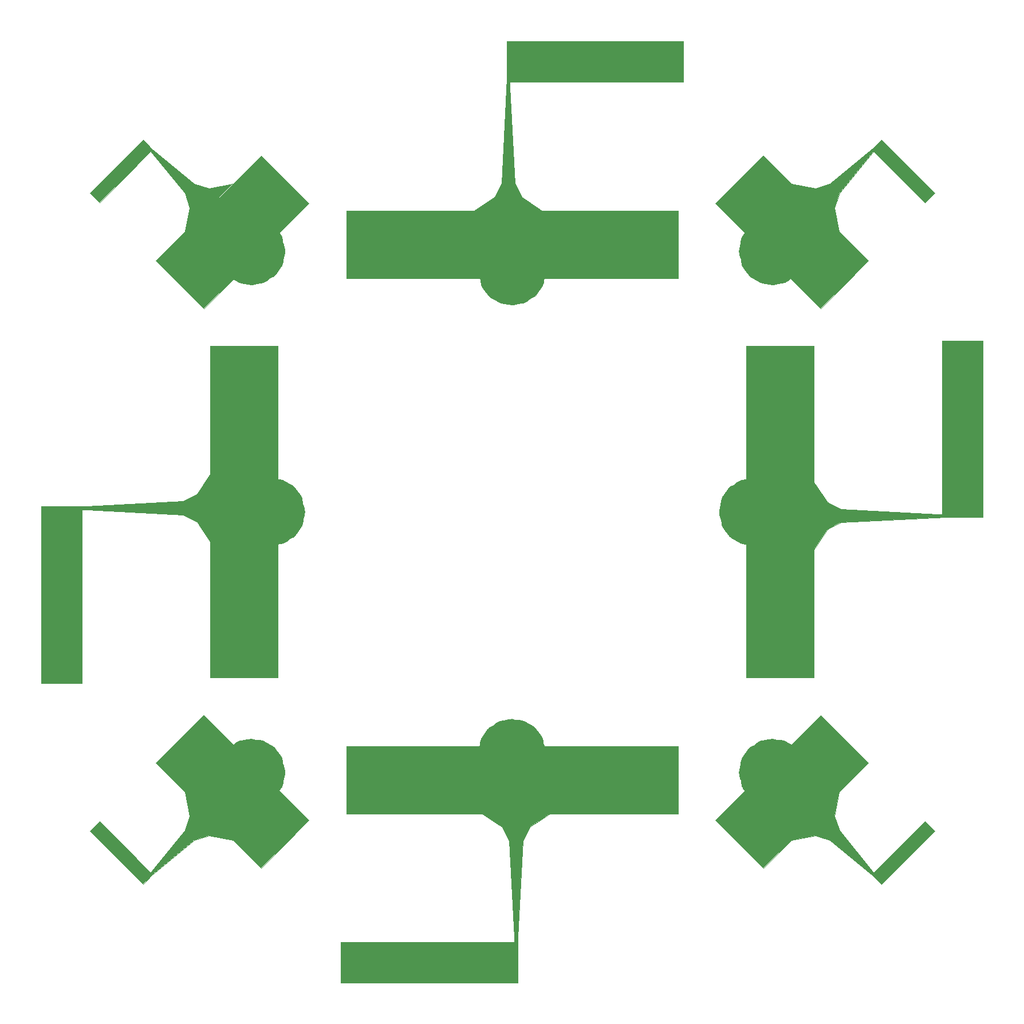
<source format=gbr>
%TF.GenerationSoftware,KiCad,Pcbnew,5.99.0-unknown-6296b4e~102~ubuntu18.04.1*%
%TF.CreationDate,2020-07-17T11:30:15-05:00*%
%TF.ProjectId,FlatAnt4x4,466c6174-416e-4743-9478-342e6b696361,rev?*%
%TF.SameCoordinates,Original*%
%TF.FileFunction,Copper,L2,Bot*%
%TF.FilePolarity,Positive*%
%FSLAX46Y46*%
G04 Gerber Fmt 4.6, Leading zero omitted, Abs format (unit mm)*
G04 Created by KiCad (PCBNEW 5.99.0-unknown-6296b4e~102~ubuntu18.04.1) date 2020-07-17 11:30:15*
%MOMM*%
%LPD*%
G01*
G04 APERTURE LIST*
%TA.AperFunction,EtchedComponent*%
%ADD10C,0.000100*%
%TD*%
%TA.AperFunction,EtchedComponent*%
%ADD11C,5.000000*%
%TD*%
%TA.AperFunction,SMDPad,CuDef*%
%ADD12C,2.000000*%
%TD*%
G04 APERTURE END LIST*
%TO.C,REF\u002A\u002A*%
G36*
X46177491Y-121822509D02*
G01*
X39106423Y-128893577D01*
X31328249Y-121115402D01*
X38399316Y-114044334D01*
X46177491Y-121822509D01*
G37*
D10*
X46177491Y-121822509D02*
X39106423Y-128893577D01*
X31328249Y-121115402D01*
X38399316Y-114044334D01*
X46177491Y-121822509D01*
G36*
X53955666Y-129600684D02*
G01*
X46884598Y-136671751D01*
X39106423Y-128893577D01*
X46177491Y-121822509D01*
X53955666Y-129600684D01*
G37*
X53955666Y-129600684D02*
X46884598Y-136671751D01*
X39106423Y-128893577D01*
X46177491Y-121822509D01*
X53955666Y-129600684D01*
G36*
X30833274Y-137590990D02*
G01*
X29419060Y-139005204D01*
X21570175Y-131156319D01*
X22984389Y-129742105D01*
X30833274Y-137590990D01*
G37*
X30833274Y-137590990D02*
X29419060Y-139005204D01*
X21570175Y-131156319D01*
X22984389Y-129742105D01*
X30833274Y-137590990D01*
D11*
X47970384Y-122529616D02*
G75*
G03*
X47970384Y-122529616I-2500000J0D01*
G01*
G36*
X42731270Y-132523306D02*
G01*
X39160381Y-131816199D01*
X36997535Y-132510087D01*
X29296241Y-138887267D01*
X35600999Y-131113551D01*
X36331954Y-128987772D01*
X35660202Y-125452238D01*
X42731270Y-132523306D01*
G37*
D10*
X42731270Y-132523306D02*
X39160381Y-131816199D01*
X36997535Y-132510087D01*
X29296241Y-138887267D01*
X35600999Y-131113551D01*
X36331954Y-128987772D01*
X35660202Y-125452238D01*
X42731270Y-132523306D01*
G36*
X53955666Y-38399316D02*
G01*
X46177491Y-46177491D01*
X39106423Y-39106423D01*
X46884598Y-31328249D01*
X53955666Y-38399316D01*
G37*
X53955666Y-38399316D02*
X46177491Y-46177491D01*
X39106423Y-39106423D01*
X46884598Y-31328249D01*
X53955666Y-38399316D01*
G36*
X46177491Y-46177491D02*
G01*
X38399316Y-53955666D01*
X31328249Y-46884598D01*
X39106423Y-39106423D01*
X46177491Y-46177491D01*
G37*
X46177491Y-46177491D02*
X38399316Y-53955666D01*
X31328249Y-46884598D01*
X39106423Y-39106423D01*
X46177491Y-46177491D01*
G36*
X30833274Y-30409010D02*
G01*
X22984389Y-38257895D01*
X21570175Y-36843681D01*
X29419060Y-28994796D01*
X30833274Y-30409010D01*
G37*
X30833274Y-30409010D02*
X22984389Y-38257895D01*
X21570175Y-36843681D01*
X29419060Y-28994796D01*
X30833274Y-30409010D01*
D11*
X47970384Y-45470384D02*
G75*
G03*
X47970384Y-45470384I-2500000J0D01*
G01*
G36*
X36997535Y-35489913D02*
G01*
X39160381Y-36183801D01*
X42731270Y-35476694D01*
X35660202Y-42547762D01*
X36331954Y-39012228D01*
X35600999Y-36886449D01*
X29296241Y-29112733D01*
X36997535Y-35489913D01*
G37*
D10*
X36997535Y-35489913D02*
X39160381Y-36183801D01*
X42731270Y-35476694D01*
X35660202Y-42547762D01*
X36331954Y-39012228D01*
X35600999Y-36886449D01*
X29296241Y-29112733D01*
X36997535Y-35489913D01*
G36*
X136671751Y-46884598D02*
G01*
X129600684Y-53955666D01*
X121822509Y-46177491D01*
X128893577Y-39106423D01*
X136671751Y-46884598D01*
G37*
X136671751Y-46884598D02*
X129600684Y-53955666D01*
X121822509Y-46177491D01*
X128893577Y-39106423D01*
X136671751Y-46884598D01*
G36*
X128893577Y-39106423D02*
G01*
X121822509Y-46177491D01*
X114044334Y-38399316D01*
X121115402Y-31328249D01*
X128893577Y-39106423D01*
G37*
X128893577Y-39106423D02*
X121822509Y-46177491D01*
X114044334Y-38399316D01*
X121115402Y-31328249D01*
X128893577Y-39106423D01*
G36*
X146429825Y-36843681D02*
G01*
X145015611Y-38257895D01*
X137166726Y-30409010D01*
X138580940Y-28994796D01*
X146429825Y-36843681D01*
G37*
X146429825Y-36843681D02*
X145015611Y-38257895D01*
X137166726Y-30409010D01*
X138580940Y-28994796D01*
X146429825Y-36843681D01*
D11*
X125029616Y-45470384D02*
G75*
G03*
X125029616Y-45470384I-2500000J0D01*
G01*
G36*
X132399001Y-36886449D02*
G01*
X131668046Y-39012228D01*
X132339798Y-42547762D01*
X125268730Y-35476694D01*
X128839619Y-36183801D01*
X131002465Y-35489913D01*
X138703759Y-29112733D01*
X132399001Y-36886449D01*
G37*
D10*
X132399001Y-36886449D02*
X131668046Y-39012228D01*
X132339798Y-42547762D01*
X125268730Y-35476694D01*
X128839619Y-36183801D01*
X131002465Y-35489913D01*
X138703759Y-29112733D01*
X132399001Y-36886449D01*
G36*
X130600000Y-82570410D02*
G01*
X132600000Y-83570410D01*
X151600000Y-84587134D01*
X132600000Y-85570410D01*
X130600000Y-86570410D01*
X128600000Y-89587134D01*
X128600000Y-79600000D01*
X130600000Y-82570410D01*
G37*
X130600000Y-82570410D02*
X132600000Y-83570410D01*
X151600000Y-84587134D01*
X132600000Y-85570410D01*
X130600000Y-86570410D01*
X128600000Y-89587134D01*
X128600000Y-79600000D01*
X130600000Y-82570410D01*
D11*
X122100000Y-84000000D02*
G75*
G03*
X122100000Y-84000000I-2500000J0D01*
G01*
G36*
X153600000Y-84800000D02*
G01*
X147600000Y-84800000D01*
X147600000Y-58700000D01*
X153600000Y-58700000D01*
X153600000Y-84800000D01*
G37*
D10*
X153600000Y-84800000D02*
X147600000Y-84800000D01*
X147600000Y-58700000D01*
X153600000Y-58700000D01*
X153600000Y-84800000D01*
G36*
X128600000Y-84000000D02*
G01*
X118600000Y-84000000D01*
X118600000Y-59500000D01*
X128600000Y-59500000D01*
X128600000Y-84000000D01*
G37*
X128600000Y-84000000D02*
X118600000Y-84000000D01*
X118600000Y-59500000D01*
X128600000Y-59500000D01*
X128600000Y-84000000D01*
G36*
X128600000Y-108500000D02*
G01*
X118600000Y-108500000D01*
X118600000Y-84000000D01*
X128600000Y-84000000D01*
X128600000Y-108500000D01*
G37*
X128600000Y-108500000D02*
X118600000Y-108500000D01*
X118600000Y-84000000D01*
X128600000Y-84000000D01*
X128600000Y-108500000D01*
G36*
X84429590Y-35450000D02*
G01*
X85429590Y-37450000D01*
X88400000Y-39450000D01*
X78412866Y-39450000D01*
X81429590Y-37450000D01*
X82429590Y-35450000D01*
X83412866Y-16450000D01*
X84429590Y-35450000D01*
G37*
X84429590Y-35450000D02*
X85429590Y-37450000D01*
X88400000Y-39450000D01*
X78412866Y-39450000D01*
X81429590Y-37450000D01*
X82429590Y-35450000D01*
X83412866Y-16450000D01*
X84429590Y-35450000D01*
D11*
X86500000Y-48450000D02*
G75*
G03*
X86500000Y-48450000I-2500000J0D01*
G01*
G36*
X109300000Y-20450000D02*
G01*
X83200000Y-20450000D01*
X83200000Y-14450000D01*
X109300000Y-14450000D01*
X109300000Y-20450000D01*
G37*
D10*
X109300000Y-20450000D02*
X83200000Y-20450000D01*
X83200000Y-14450000D01*
X109300000Y-14450000D01*
X109300000Y-20450000D01*
G36*
X84000000Y-49450000D02*
G01*
X59500000Y-49450000D01*
X59500000Y-39450000D01*
X84000000Y-39450000D01*
X84000000Y-49450000D01*
G37*
X84000000Y-49450000D02*
X59500000Y-49450000D01*
X59500000Y-39450000D01*
X84000000Y-39450000D01*
X84000000Y-49450000D01*
G36*
X108500000Y-49450000D02*
G01*
X84000000Y-49450000D01*
X84000000Y-39450000D01*
X108500000Y-39450000D01*
X108500000Y-49450000D01*
G37*
X108500000Y-49450000D02*
X84000000Y-49450000D01*
X84000000Y-39450000D01*
X108500000Y-39450000D01*
X108500000Y-49450000D01*
G36*
X128893577Y-128893577D02*
G01*
X121115402Y-136671751D01*
X114044334Y-129600684D01*
X121822509Y-121822509D01*
X128893577Y-128893577D01*
G37*
X128893577Y-128893577D02*
X121115402Y-136671751D01*
X114044334Y-129600684D01*
X121822509Y-121822509D01*
X128893577Y-128893577D01*
G36*
X136671751Y-121115402D02*
G01*
X128893577Y-128893577D01*
X121822509Y-121822509D01*
X129600684Y-114044334D01*
X136671751Y-121115402D01*
G37*
X136671751Y-121115402D02*
X128893577Y-128893577D01*
X121822509Y-121822509D01*
X129600684Y-114044334D01*
X136671751Y-121115402D01*
G36*
X146429825Y-131156319D02*
G01*
X138580940Y-139005204D01*
X137166726Y-137590990D01*
X145015611Y-129742105D01*
X146429825Y-131156319D01*
G37*
X146429825Y-131156319D02*
X138580940Y-139005204D01*
X137166726Y-137590990D01*
X145015611Y-129742105D01*
X146429825Y-131156319D01*
D11*
X125029616Y-122529616D02*
G75*
G03*
X125029616Y-122529616I-2500000J0D01*
G01*
G36*
X131668046Y-128987772D02*
G01*
X132399001Y-131113551D01*
X138703759Y-138887267D01*
X131002465Y-132510087D01*
X128839619Y-131816199D01*
X125268730Y-132523306D01*
X132339798Y-125452238D01*
X131668046Y-128987772D01*
G37*
D10*
X131668046Y-128987772D02*
X132399001Y-131113551D01*
X138703759Y-138887267D01*
X131002465Y-132510087D01*
X128839619Y-131816199D01*
X125268730Y-132523306D01*
X132339798Y-125452238D01*
X131668046Y-128987772D01*
G36*
X39400000Y-88400000D02*
G01*
X37400000Y-85429590D01*
X35400000Y-84429590D01*
X16400000Y-83412866D01*
X35400000Y-82429590D01*
X37400000Y-81429590D01*
X39400000Y-78412866D01*
X39400000Y-88400000D01*
G37*
X39400000Y-88400000D02*
X37400000Y-85429590D01*
X35400000Y-84429590D01*
X16400000Y-83412866D01*
X35400000Y-82429590D01*
X37400000Y-81429590D01*
X39400000Y-78412866D01*
X39400000Y-88400000D01*
D11*
X50900000Y-84000000D02*
G75*
G03*
X50900000Y-84000000I-2500000J0D01*
G01*
G36*
X20400000Y-109300000D02*
G01*
X14400000Y-109300000D01*
X14400000Y-83200000D01*
X20400000Y-83200000D01*
X20400000Y-109300000D01*
G37*
D10*
X20400000Y-109300000D02*
X14400000Y-109300000D01*
X14400000Y-83200000D01*
X20400000Y-83200000D01*
X20400000Y-109300000D01*
G36*
X49400000Y-108500000D02*
G01*
X39400000Y-108500000D01*
X39400000Y-84000000D01*
X49400000Y-84000000D01*
X49400000Y-108500000D01*
G37*
X49400000Y-108500000D02*
X39400000Y-108500000D01*
X39400000Y-84000000D01*
X49400000Y-84000000D01*
X49400000Y-108500000D01*
G36*
X49400000Y-84000000D02*
G01*
X39400000Y-84000000D01*
X39400000Y-59500000D01*
X49400000Y-59500000D01*
X49400000Y-84000000D01*
G37*
X49400000Y-84000000D02*
X39400000Y-84000000D01*
X39400000Y-59500000D01*
X49400000Y-59500000D01*
X49400000Y-84000000D01*
G36*
X86570410Y-130600000D02*
G01*
X85570410Y-132600000D01*
X84587134Y-151600000D01*
X83570410Y-132600000D01*
X82570410Y-130600000D01*
X79600000Y-128600000D01*
X89587134Y-128600000D01*
X86570410Y-130600000D01*
G37*
X86570410Y-130600000D02*
X85570410Y-132600000D01*
X84587134Y-151600000D01*
X83570410Y-132600000D01*
X82570410Y-130600000D01*
X79600000Y-128600000D01*
X89587134Y-128600000D01*
X86570410Y-130600000D01*
D11*
X86500000Y-119600000D02*
G75*
G03*
X86500000Y-119600000I-2500000J0D01*
G01*
G36*
X84800000Y-153600000D02*
G01*
X58700000Y-153600000D01*
X58700000Y-147600000D01*
X84800000Y-147600000D01*
X84800000Y-153600000D01*
G37*
D10*
X84800000Y-153600000D02*
X58700000Y-153600000D01*
X58700000Y-147600000D01*
X84800000Y-147600000D01*
X84800000Y-153600000D01*
G36*
X108500000Y-128600000D02*
G01*
X84000000Y-128600000D01*
X84000000Y-118600000D01*
X108500000Y-118600000D01*
X108500000Y-128600000D01*
G37*
X108500000Y-128600000D02*
X84000000Y-128600000D01*
X84000000Y-118600000D01*
X108500000Y-118600000D01*
X108500000Y-128600000D01*
G36*
X84000000Y-128600000D02*
G01*
X59500000Y-128600000D01*
X59500000Y-118600000D01*
X84000000Y-118600000D01*
X84000000Y-128600000D01*
G37*
X84000000Y-128600000D02*
X59500000Y-128600000D01*
X59500000Y-118600000D01*
X84000000Y-118600000D01*
X84000000Y-128600000D01*
%TD*%
D12*
%TO.P,REF\u002A\u002A,2*%
%TO.N,N/C*%
X44162237Y-121292179D03*
%TD*%
%TO.P,REF\u002A\u002A,2*%
%TO.N,N/C*%
X46707821Y-44162237D03*
%TD*%
%TO.P,REF\u002A\u002A,2*%
%TO.N,N/C*%
X123837763Y-46707821D03*
%TD*%
%TO.P,REF\u002A\u002A,2*%
%TO.N,N/C*%
X119650000Y-85800000D03*
%TD*%
%TO.P,REF\u002A\u002A,2*%
%TO.N,N/C*%
X85800000Y-48400000D03*
%TD*%
%TO.P,REF\u002A\u002A,2*%
%TO.N,N/C*%
X121292179Y-123837763D03*
%TD*%
%TO.P,REF\u002A\u002A,2*%
%TO.N,N/C*%
X48350000Y-82200000D03*
%TD*%
%TO.P,REF\u002A\u002A,2*%
%TO.N,N/C*%
X82200000Y-119650000D03*
%TD*%
M02*

</source>
